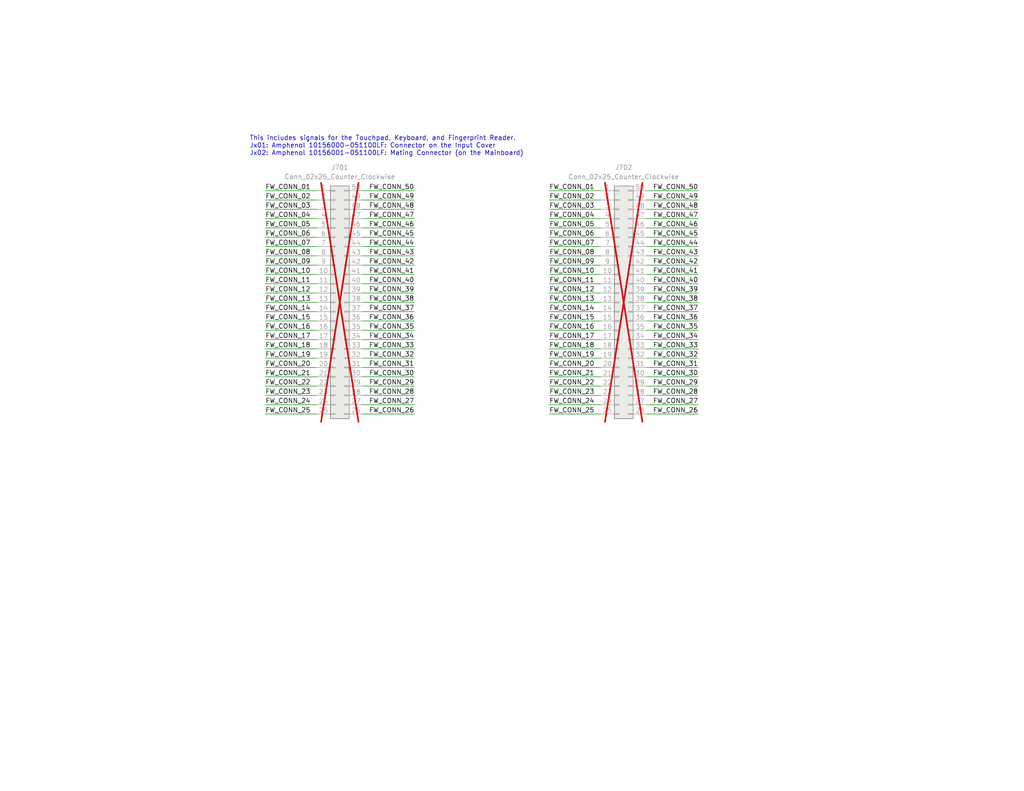
<source format=kicad_sch>
(kicad_sch (version 20231120) (generator "eeschema") (generator_version "8.0")
  (paper "USLetter")
  (lib_symbols
    (symbol "Connector_Generic:Conn_02x25_Counter_Clockwise" (pin_names (offset 1.016) hide)
      (property "Reference" "J" (at 1.27 33.02 0))
      (property "Value" "Conn_02x25_Counter_Clockwise" (at 1.27 -33.02 0))
      (symbol "Conn_02x25_Counter_Clockwise_1_1"
        (rectangle (start -1.27 -30.353) (end 0 -30.607) (stroke (width 0.1524)))
        (rectangle (start -1.27 -27.813) (end 0 -28.067) (stroke (width 0.1524)))
        (rectangle (start -1.27 -25.273) (end 0 -25.527) (stroke (width 0.1524)))
        (rectangle (start -1.27 -22.733) (end 0 -22.987) (stroke (width 0.1524)))
        (rectangle (start -1.27 -20.193) (end 0 -20.447) (stroke (width 0.1524)))
        (rectangle (start -1.27 -17.653) (end 0 -17.907) (stroke (width 0.1524)))
        (rectangle (start -1.27 -15.113) (end 0 -15.367) (stroke (width 0.1524)))
        (rectangle (start -1.27 -12.573) (end 0 -12.827) (stroke (width 0.1524)))
        (rectangle (start -1.27 -10.033) (end 0 -10.287) (stroke (width 0.1524)))
        (rectangle (start -1.27 -7.493) (end 0 -7.747) (stroke (width 0.1524)))
        (rectangle (start -1.27 -4.953) (end 0 -5.207) (stroke (width 0.1524)))
        (rectangle (start -1.27 -2.413) (end 0 -2.667) (stroke (width 0.1524)))
        (rectangle (start -1.27 0.127) (end 0 -0.127) (stroke (width 0.1524)))
        (rectangle (start -1.27 2.667) (end 0 2.413) (stroke (width 0.1524)))
        (rectangle (start -1.27 5.207) (end 0 4.953) (stroke (width 0.1524)))
        (rectangle (start -1.27 7.747) (end 0 7.493) (stroke (width 0.1524)))
        (rectangle (start -1.27 10.287) (end 0 10.033) (stroke (width 0.1524)))
        (rectangle (start -1.27 12.827) (end 0 12.573) (stroke (width 0.1524)))
        (rectangle (start -1.27 15.367) (end 0 15.113) (stroke (width 0.1524)))
        (rectangle (start -1.27 17.907) (end 0 17.653) (stroke (width 0.1524)))
        (rectangle (start -1.27 20.447) (end 0 20.193) (stroke (width 0.1524)))
        (rectangle (start -1.27 22.987) (end 0 22.733) (stroke (width 0.1524)))
        (rectangle (start -1.27 25.527) (end 0 25.273) (stroke (width 0.1524)))
        (rectangle (start -1.27 28.067) (end 0 27.813) (stroke (width 0.1524)))
        (rectangle (start -1.27 30.607) (end 0 30.353) (stroke (width 0.1524)))
        (rectangle (start -1.27 31.75) (end 3.81 -31.75) (stroke (width 0.254)) (fill (type background)))
        (rectangle (start 3.81 -30.353) (end 2.54 -30.607) (stroke (width 0.1524)))
        (rectangle (start 3.81 -27.813) (end 2.54 -28.067) (stroke (width 0.1524)))
        (rectangle (start 3.81 -25.273) (end 2.54 -25.527) (stroke (width 0.1524)))
        (rectangle (start 3.81 -22.733) (end 2.54 -22.987) (stroke (width 0.1524)))
        (rectangle (start 3.81 -20.193) (end 2.54 -20.447) (stroke (width 0.1524)))
        (rectangle (start 3.81 -17.653) (end 2.54 -17.907) (stroke (width 0.1524)))
        (rectangle (start 3.81 -15.113) (end 2.54 -15.367) (stroke (width 0.1524)))
        (rectangle (start 3.81 -12.573) (end 2.54 -12.827) (stroke (width 0.1524)))
        (rectangle (start 3.81 -10.033) (end 2.54 -10.287) (stroke (width 0.1524)))
        (rectangle (start 3.81 -7.493) (end 2.54 -7.747) (stroke (width 0.1524)))
        (rectangle (start 3.81 -4.953) (end 2.54 -5.207) (stroke (width 0.1524)))
        (rectangle (start 3.81 -2.413) (end 2.54 -2.667) (stroke (width 0.1524)))
        (rectangle (start 3.81 0.127) (end 2.54 -0.127) (stroke (width 0.1524)))
        (rectangle (start 3.81 2.667) (end 2.54 2.413) (stroke (width 0.1524)))
        (rectangle (start 3.81 5.207) (end 2.54 4.953) (stroke (width 0.1524)))
        (rectangle (start 3.81 7.747) (end 2.54 7.493) (stroke (width 0.1524)))
        (rectangle (start 3.81 10.287) (end 2.54 10.033) (stroke (width 0.1524)))
        (rectangle (start 3.81 12.827) (end 2.54 12.573) (stroke (width 0.1524)))
        (rectangle (start 3.81 15.367) (end 2.54 15.113) (stroke (width 0.1524)))
        (rectangle (start 3.81 17.907) (end 2.54 17.653) (stroke (width 0.1524)))
        (rectangle (start 3.81 20.447) (end 2.54 20.193) (stroke (width 0.1524)))
        (rectangle (start 3.81 22.987) (end 2.54 22.733) (stroke (width 0.1524)))
        (rectangle (start 3.81 25.527) (end 2.54 25.273) (stroke (width 0.1524)))
        (rectangle (start 3.81 28.067) (end 2.54 27.813) (stroke (width 0.1524)))
        (rectangle (start 3.81 30.607) (end 2.54 30.353) (stroke (width 0.1524)))
        (pin passive line (at -5.08 30.48 0) (length 3.81) (name "Pin_1") (number "1"))
        (pin passive line (at -5.08 7.62 0) (length 3.81) (name "Pin_10") (number "10"))
        (pin passive line (at -5.08 5.08 0) (length 3.81) (name "Pin_11") (number "11"))
        (pin passive line (at -5.08 2.54 0) (length 3.81) (name "Pin_12") (number "12"))
        (pin passive line (at -5.08 0 0) (length 3.81) (name "Pin_13") (number "13"))
        (pin passive line (at -5.08 -2.54 0) (length 3.81) (name "Pin_14") (number "14"))
        (pin passive line (at -5.08 -5.08 0) (length 3.81) (name "Pin_15") (number "15"))
        (pin passive line (at -5.08 -7.62 0) (length 3.81) (name "Pin_16") (number "16"))
        (pin passive line (at -5.08 -10.16 0) (length 3.81) (name "Pin_17") (number "17"))
        (pin passive line (at -5.08 -12.7 0) (length 3.81) (name "Pin_18") (number "18"))
        (pin passive line (at -5.08 -15.24 0) (length 3.81) (name "Pin_19") (number "19"))
        (pin passive line (at -5.08 27.94 0) (length 3.81) (name "Pin_2") (number "2"))
        (pin passive line (at -5.08 -17.78 0) (length 3.81) (name "Pin_20") (number "20"))
        (pin passive line (at -5.08 -20.32 0) (length 3.81) (name "Pin_21") (number "21"))
        (pin passive line (at -5.08 -22.86 0) (length 3.81) (name "Pin_22") (number "22"))
        (pin passive line (at -5.08 -25.4 0) (length 3.81) (name "Pin_23") (number "23"))
        (pin passive line (at -5.08 -27.94 0) (length 3.81) (name "Pin_24") (number "24"))
        (pin passive line (at -5.08 -30.48 0) (length 3.81) (name "Pin_25") (number "25"))
        (pin passive line (at 7.62 -30.48 180) (length 3.81) (name "Pin_26") (number "26"))
        (pin passive line (at 7.62 -27.94 180) (length 3.81) (name "Pin_27") (number "27"))
        (pin passive line (at 7.62 -25.4 180) (length 3.81) (name "Pin_28") (number "28"))
        (pin passive line (at 7.62 -22.86 180) (length 3.81) (name "Pin_29") (number "29"))
        (pin passive line (at -5.08 25.4 0) (length 3.81) (name "Pin_3") (number "3"))
        (pin passive line (at 7.62 -20.32 180) (length 3.81) (name "Pin_30") (number "30"))
        (pin passive line (at 7.62 -17.78 180) (length 3.81) (name "Pin_31") (number "31"))
        (pin passive line (at 7.62 -15.24 180) (length 3.81) (name "Pin_32") (number "32"))
        (pin passive line (at 7.62 -12.7 180) (length 3.81) (name "Pin_33") (number "33"))
        (pin passive line (at 7.62 -10.16 180) (length 3.81) (name "Pin_34") (number "34"))
        (pin passive line (at 7.62 -7.62 180) (length 3.81) (name "Pin_35") (number "35"))
        (pin passive line (at 7.62 -5.08 180) (length 3.81) (name "Pin_36") (number "36"))
        (pin passive line (at 7.62 -2.54 180) (length 3.81) (name "Pin_37") (number "37"))
        (pin passive line (at 7.62 0 180) (length 3.81) (name "Pin_38") (number "38"))
        (pin passive line (at 7.62 2.54 180) (length 3.81) (name "Pin_39") (number "39"))
        (pin passive line (at -5.08 22.86 0) (length 3.81) (name "Pin_4") (number "4"))
        (pin passive line (at 7.62 5.08 180) (length 3.81) (name "Pin_40") (number "40"))
        (pin passive line (at 7.62 7.62 180) (length 3.81) (name "Pin_41") (number "41"))
        (pin passive line (at 7.62 10.16 180) (length 3.81) (name "Pin_42") (number "42"))
        (pin passive line (at 7.62 12.7 180) (length 3.81) (name "Pin_43") (number "43"))
        (pin passive line (at 7.62 15.24 180) (length 3.81) (name "Pin_44") (number "44"))
        (pin passive line (at 7.62 17.78 180) (length 3.81) (name "Pin_45") (number "45"))
        (pin passive line (at 7.62 20.32 180) (length 3.81) (name "Pin_46") (number "46"))
        (pin passive line (at 7.62 22.86 180) (length 3.81) (name "Pin_47") (number "47"))
        (pin passive line (at 7.62 25.4 180) (length 3.81) (name "Pin_48") (number "48"))
        (pin passive line (at 7.62 27.94 180) (length 3.81) (name "Pin_49") (number "49"))
        (pin passive line (at -5.08 20.32 0) (length 3.81) (name "Pin_5") (number "5"))
        (pin passive line (at 7.62 30.48 180) (length 3.81) (name "Pin_50") (number "50"))
        (pin passive line (at -5.08 17.78 0) (length 3.81) (name "Pin_6") (number "6"))
        (pin passive line (at -5.08 15.24 0) (length 3.81) (name "Pin_7") (number "7"))
        (pin passive line (at -5.08 12.7 0) (length 3.81) (name "Pin_8") (number "8"))
        (pin passive line (at -5.08 10.16 0) (length 3.81) (name "Pin_9") (number "9"))
      )
    )
  )
  (wire (pts (xy 72.39 64.77) (xy 86.36 64.77)))
  (wire (pts (xy 113.03 87.63) (xy 99.06 87.63)))
  (wire (pts (xy 113.03 67.31) (xy 99.06 67.31)))
  (wire (pts (xy 72.39 52.07) (xy 86.36 52.07)))
  (wire (pts (xy 113.03 57.15) (xy 99.06 57.15)))
  (wire (pts (xy 149.86 67.31) (xy 163.83 67.31)))
  (wire (pts (xy 190.5 90.17) (xy 176.53 90.17)))
  (wire (pts (xy 190.5 82.55) (xy 176.53 82.55)))
  (wire (pts (xy 72.39 57.15) (xy 86.36 57.15)))
  (wire (pts (xy 149.86 80.01) (xy 163.83 80.01)))
  (wire (pts (xy 113.03 85.09) (xy 99.06 85.09)))
  (wire (pts (xy 190.5 105.41) (xy 176.53 105.41)))
  (wire (pts (xy 190.5 52.07) (xy 176.53 52.07)))
  (wire (pts (xy 190.5 74.93) (xy 176.53 74.93)))
  (wire (pts (xy 190.5 110.49) (xy 176.53 110.49)))
  (wire (pts (xy 113.03 82.55) (xy 99.06 82.55)))
  (wire (pts (xy 72.39 100.33) (xy 86.36 100.33)))
  (wire (pts (xy 113.03 92.71) (xy 99.06 92.71)))
  (wire (pts (xy 72.39 59.69) (xy 86.36 59.69)))
  (wire (pts (xy 113.03 54.61) (xy 99.06 54.61)))
  (wire (pts (xy 72.39 54.61) (xy 86.36 54.61)))
  (wire (pts (xy 72.39 77.47) (xy 86.36 77.47)))
  (wire (pts (xy 190.5 67.31) (xy 176.53 67.31)))
  (wire (pts (xy 72.39 85.09) (xy 86.36 85.09)))
  (wire (pts (xy 190.5 85.09) (xy 176.53 85.09)))
  (wire (pts (xy 72.39 107.95) (xy 86.36 107.95)))
  (wire (pts (xy 190.5 57.15) (xy 176.53 57.15)))
  (wire (pts (xy 149.86 64.77) (xy 163.83 64.77)))
  (wire (pts (xy 190.5 62.23) (xy 176.53 62.23)))
  (wire (pts (xy 113.03 105.41) (xy 99.06 105.41)))
  (wire (pts (xy 149.86 77.47) (xy 163.83 77.47)))
  (wire (pts (xy 190.5 102.87) (xy 176.53 102.87)))
  (wire (pts (xy 72.39 95.25) (xy 86.36 95.25)))
  (wire (pts (xy 113.03 72.39) (xy 99.06 72.39)))
  (wire (pts (xy 149.86 110.49) (xy 163.83 110.49)))
  (wire (pts (xy 149.86 72.39) (xy 163.83 72.39)))
  (wire (pts (xy 149.86 100.33) (xy 163.83 100.33)))
  (wire (pts (xy 113.03 90.17) (xy 99.06 90.17)))
  (wire (pts (xy 149.86 102.87) (xy 163.83 102.87)))
  (wire (pts (xy 113.03 77.47) (xy 99.06 77.47)))
  (wire (pts (xy 72.39 102.87) (xy 86.36 102.87)))
  (wire (pts (xy 149.86 113.03) (xy 163.83 113.03)))
  (wire (pts (xy 72.39 67.31) (xy 86.36 67.31)))
  (wire (pts (xy 149.86 57.15) (xy 163.83 57.15)))
  (wire (pts (xy 113.03 97.79) (xy 99.06 97.79)))
  (wire (pts (xy 190.5 107.95) (xy 176.53 107.95)))
  (wire (pts (xy 190.5 54.61) (xy 176.53 54.61)))
  (wire (pts (xy 113.03 62.23) (xy 99.06 62.23)))
  (wire (pts (xy 113.03 64.77) (xy 99.06 64.77)))
  (wire (pts (xy 190.5 97.79) (xy 176.53 97.79)))
  (wire (pts (xy 149.86 92.71) (xy 163.83 92.71)))
  (wire (pts (xy 72.39 97.79) (xy 86.36 97.79)))
  (wire (pts (xy 149.86 82.55) (xy 163.83 82.55)))
  (wire (pts (xy 113.03 110.49) (xy 99.06 110.49)))
  (wire (pts (xy 72.39 113.03) (xy 86.36 113.03)))
  (wire (pts (xy 113.03 59.69) (xy 99.06 59.69)))
  (wire (pts (xy 113.03 113.03) (xy 99.06 113.03)))
  (wire (pts (xy 190.5 77.47) (xy 176.53 77.47)))
  (wire (pts (xy 113.03 95.25) (xy 99.06 95.25)))
  (wire (pts (xy 190.5 72.39) (xy 176.53 72.39)))
  (wire (pts (xy 72.39 82.55) (xy 86.36 82.55)))
  (wire (pts (xy 190.5 80.01) (xy 176.53 80.01)))
  (wire (pts (xy 149.86 69.85) (xy 163.83 69.85)))
  (wire (pts (xy 190.5 87.63) (xy 176.53 87.63)))
  (wire (pts (xy 72.39 69.85) (xy 86.36 69.85)))
  (wire (pts (xy 190.5 64.77) (xy 176.53 64.77)))
  (wire (pts (xy 72.39 105.41) (xy 86.36 105.41)))
  (wire (pts (xy 72.39 80.01) (xy 86.36 80.01)))
  (wire (pts (xy 149.86 87.63) (xy 163.83 87.63)))
  (wire (pts (xy 149.86 62.23) (xy 163.83 62.23)))
  (wire (pts (xy 113.03 52.07) (xy 99.06 52.07)))
  (wire (pts (xy 72.39 92.71) (xy 86.36 92.71)))
  (wire (pts (xy 113.03 107.95) (xy 99.06 107.95)))
  (wire (pts (xy 72.39 90.17) (xy 86.36 90.17)))
  (wire (pts (xy 190.5 69.85) (xy 176.53 69.85)))
  (wire (pts (xy 149.86 105.41) (xy 163.83 105.41)))
  (wire (pts (xy 190.5 92.71) (xy 176.53 92.71)))
  (wire (pts (xy 149.86 74.93) (xy 163.83 74.93)))
  (wire (pts (xy 149.86 95.25) (xy 163.83 95.25)))
  (wire (pts (xy 72.39 62.23) (xy 86.36 62.23)))
  (wire (pts (xy 72.39 72.39) (xy 86.36 72.39)))
  (wire (pts (xy 113.03 100.33) (xy 99.06 100.33)))
  (wire (pts (xy 113.03 80.01) (xy 99.06 80.01)))
  (wire (pts (xy 113.03 74.93) (xy 99.06 74.93)))
  (wire (pts (xy 149.86 107.95) (xy 163.83 107.95)))
  (wire (pts (xy 72.39 74.93) (xy 86.36 74.93)))
  (wire (pts (xy 149.86 59.69) (xy 163.83 59.69)))
  (wire (pts (xy 190.5 100.33) (xy 176.53 100.33)))
  (wire (pts (xy 72.39 110.49) (xy 86.36 110.49)))
  (wire (pts (xy 190.5 59.69) (xy 176.53 59.69)))
  (wire (pts (xy 149.86 90.17) (xy 163.83 90.17)))
  (wire (pts (xy 149.86 97.79) (xy 163.83 97.79)))
  (wire (pts (xy 113.03 69.85) (xy 99.06 69.85)))
  (wire (pts (xy 113.03 102.87) (xy 99.06 102.87)))
  (wire (pts (xy 149.86 85.09) (xy 163.83 85.09)))
  (wire (pts (xy 149.86 52.07) (xy 163.83 52.07)))
  (wire (pts (xy 190.5 95.25) (xy 176.53 95.25)))
  (wire (pts (xy 190.5 113.03) (xy 176.53 113.03)))
  (wire (pts (xy 149.86 54.61) (xy 163.83 54.61)))
  (wire (pts (xy 72.39 87.63) (xy 86.36 87.63)))
  (text "This includes signals for the Touchpad, Keyboard, and Fingerprint Reader. \nJx01: Amphenol 10156000-051100LF: Connector on the Input Cover\nJx02: Amphenol 10156001-051100LF: Mating Connector (on the Mainboard)" (at 68.072 37.084 0) (effects (font (size 1.27 1.27)) (justify left top)))
  (label "FW_CONN_30" (at 113.03 102.87 180))
  (label "FW_CONN_26" (at 190.5 113.03 180))
  (label "FW_CONN_47" (at 190.5 59.69 180))
  (label "FW_CONN_24" (at 72.39 110.49 0))
  (label "FW_CONN_05" (at 149.86 62.23 0))
  (label "FW_CONN_33" (at 190.5 95.25 180))
  (label "FW_CONN_50" (at 113.03 52.07 180))
  (label "FW_CONN_37" (at 113.03 85.09 180))
  (label "FW_CONN_25" (at 72.39 113.03 0))
  (label "FW_CONN_10" (at 149.86 74.93 0))
  (label "FW_CONN_05" (at 72.39 62.23 0))
  (label "FW_CONN_21" (at 149.86 102.87 0))
  (label "FW_CONN_30" (at 190.5 102.87 180))
  (label "FW_CONN_04" (at 149.86 59.69 0))
  (label "FW_CONN_43" (at 190.5 69.85 180))
  (label "FW_CONN_16" (at 72.39 90.17 0))
  (label "FW_CONN_41" (at 190.5 74.93 180))
  (label "FW_CONN_41" (at 113.03 74.93 180))
  (label "FW_CONN_35" (at 190.5 90.17 180))
  (label "FW_CONN_13" (at 72.39 82.55 0))
  (label "FW_CONN_17" (at 149.86 92.71 0))
  (label "FW_CONN_02" (at 149.86 54.61 0))
  (label "FW_CONN_44" (at 190.5 67.31 180))
  (label "FW_CONN_02" (at 72.39 54.61 0))
  (label "FW_CONN_26" (at 113.03 113.03 180))
  (label "FW_CONN_08" (at 72.39 69.85 0))
  (label "FW_CONN_11" (at 72.39 77.47 0))
  (label "FW_CONN_43" (at 113.03 69.85 180))
  (label "FW_CONN_06" (at 149.86 64.77 0))
  (label "FW_CONN_14" (at 72.39 85.09 0))
  (label "FW_CONN_10" (at 72.39 74.93 0))
  (label "FW_CONN_07" (at 149.86 67.31 0))
  (label "FW_CONN_38" (at 190.5 82.55 180))
  (label "FW_CONN_24" (at 149.86 110.49 0))
  (label "FW_CONN_12" (at 149.86 80.01 0))
  (label "FW_CONN_44" (at 113.03 67.31 180))
  (label "FW_CONN_47" (at 113.03 59.69 180))
  (label "FW_CONN_01" (at 149.86 52.07 0))
  (label "FW_CONN_29" (at 113.03 105.41 180))
  (label "FW_CONN_18" (at 72.39 95.25 0))
  (label "FW_CONN_25" (at 149.86 113.03 0))
  (label "FW_CONN_17" (at 72.39 92.71 0))
  (label "FW_CONN_34" (at 190.5 92.71 180))
  (label "FW_CONN_07" (at 72.39 67.31 0))
  (label "FW_CONN_16" (at 149.86 90.17 0))
  (label "FW_CONN_31" (at 190.5 100.33 180))
  (label "FW_CONN_32" (at 113.03 97.79 180))
  (label "FW_CONN_18" (at 149.86 95.25 0))
  (label "FW_CONN_20" (at 149.86 100.33 0))
  (label "FW_CONN_42" (at 190.5 72.39 180))
  (label "FW_CONN_48" (at 113.03 57.15 180))
  (label "FW_CONN_23" (at 72.39 107.95 0))
  (label "FW_CONN_45" (at 190.5 64.77 180))
  (label "FW_CONN_14" (at 149.86 85.09 0))
  (label "FW_CONN_28" (at 113.03 107.95 180))
  (label "FW_CONN_50" (at 190.5 52.07 180))
  (label "FW_CONN_39" (at 190.5 80.01 180))
  (label "FW_CONN_22" (at 149.86 105.41 0))
  (label "FW_CONN_04" (at 72.39 59.69 0))
  (label "FW_CONN_11" (at 149.86 77.47 0))
  (label "FW_CONN_19" (at 149.86 97.79 0))
  (label "FW_CONN_08" (at 149.86 69.85 0))
  (label "FW_CONN_23" (at 149.86 107.95 0))
  (label "FW_CONN_37" (at 190.5 85.09 180))
  (label "FW_CONN_09" (at 72.39 72.39 0))
  (label "FW_CONN_13" (at 149.86 82.55 0))
  (label "FW_CONN_12" (at 72.39 80.01 0))
  (label "FW_CONN_46" (at 113.03 62.23 180))
  (label "FW_CONN_45" (at 113.03 64.77 180))
  (label "FW_CONN_06" (at 72.39 64.77 0))
  (label "FW_CONN_22" (at 72.39 105.41 0))
  (label "FW_CONN_39" (at 113.03 80.01 180))
  (label "FW_CONN_48" (at 190.5 57.15 180))
  (label "FW_CONN_01" (at 72.39 52.07 0))
  (label "FW_CONN_27" (at 113.03 110.49 180))
  (label "FW_CONN_09" (at 149.86 72.39 0))
  (label "FW_CONN_36" (at 113.03 87.63 180))
  (label "FW_CONN_34" (at 113.03 92.71 180))
  (label "FW_CONN_46" (at 190.5 62.23 180))
  (label "FW_CONN_36" (at 190.5 87.63 180))
  (label "FW_CONN_29" (at 190.5 105.41 180))
  (label "FW_CONN_40" (at 113.03 77.47 180))
  (label "FW_CONN_27" (at 190.5 110.49 180))
  (label "FW_CONN_03" (at 149.86 57.15 0))
  (label "FW_CONN_19" (at 72.39 97.79 0))
  (label "FW_CONN_15" (at 149.86 87.63 0))
  (label "FW_CONN_31" (at 113.03 100.33 180))
  (label "FW_CONN_21" (at 72.39 102.87 0))
  (label "FW_CONN_28" (at 190.5 107.95 180))
  (label "FW_CONN_38" (at 113.03 82.55 180))
  (label "FW_CONN_35" (at 113.03 90.17 180))
  (label "FW_CONN_49" (at 190.5 54.61 180))
  (label "FW_CONN_33" (at 113.03 95.25 180))
  (label "FW_CONN_49" (at 113.03 54.61 180))
  (label "FW_CONN_03" (at 72.39 57.15 0))
  (label "FW_CONN_42" (at 113.03 72.39 180))
  (label "FW_CONN_40" (at 190.5 77.47 180))
  (label "FW_CONN_15" (at 72.39 87.63 0))
  (label "FW_CONN_20" (at 72.39 100.33 0))
  (label "FW_CONN_32" (at 190.5 97.79 180))
  (symbol (lib_id "Connector_Generic:Conn_02x25_Counter_Clockwise") (at 168.91 82.55 0) (unit 1) (on_board no) (dnp yes)
    (property "Reference" "J702" (at 170.18 45.72 0))
    (property "Value" "Conn_02x25_Counter_Clockwise" (at 170.18 48.26 0))
    (property "Description" "Generic connector, double row, 02x25, counter clockwise pin numbering scheme (similar to DIP package numbering), script generated (kicad-library-utils/schlib/autogen/connector/)" (effects (hide yes)))
  )
  (symbol (lib_id "Connector_Generic:Conn_02x25_Counter_Clockwise") (at 91.44 82.55 0) (unit 1) (on_board no) (dnp yes)
    (property "Reference" "J701" (at 92.71 45.72 0))
    (property "Value" "Conn_02x25_Counter_Clockwise" (at 92.71 48.26 0))
    (property "Footprint" "Connector_Molex:Molex_SlimStack_52991-0508_2x25_P0.50mm_Vertical" (effects (hide yes)))
    (property "Description" "Generic connector, double row, 02x25, counter clockwise pin numbering scheme (similar to DIP package numbering), script generated (kicad-library-utils/schlib/autogen/connector/)" (effects (hide yes)))
  )
)
</source>
